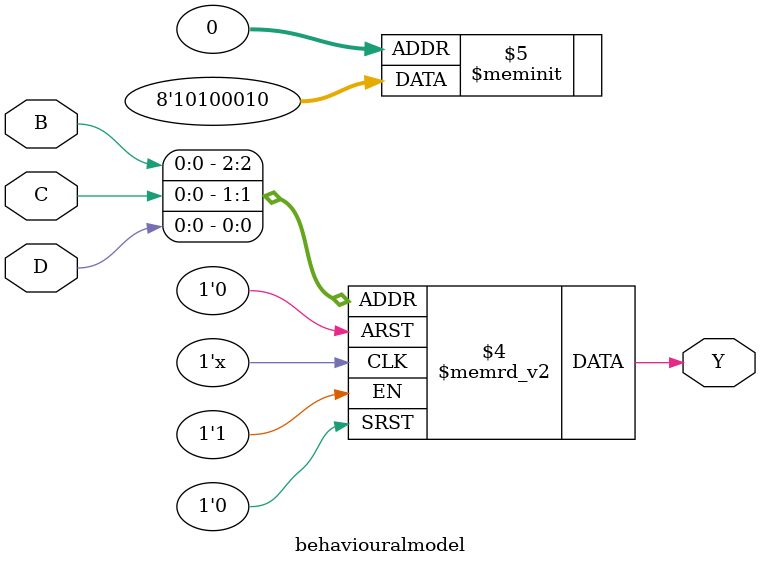
<source format=v>
module behaviouralmodel(B,C,D,Y);
input B,C,D;
output Y;
reg Y;
always @(B or C or D)
case({B,C,D})
	3'b000:Y=0;
	3'b001:Y=1;
	3'b010:Y=0;
	3'b011:Y=0;
	3'b100:Y=0;
	3'b101:Y=1;
	3'b110:Y=0;
	3'b111:Y=1;
endcase
endmodule

</source>
